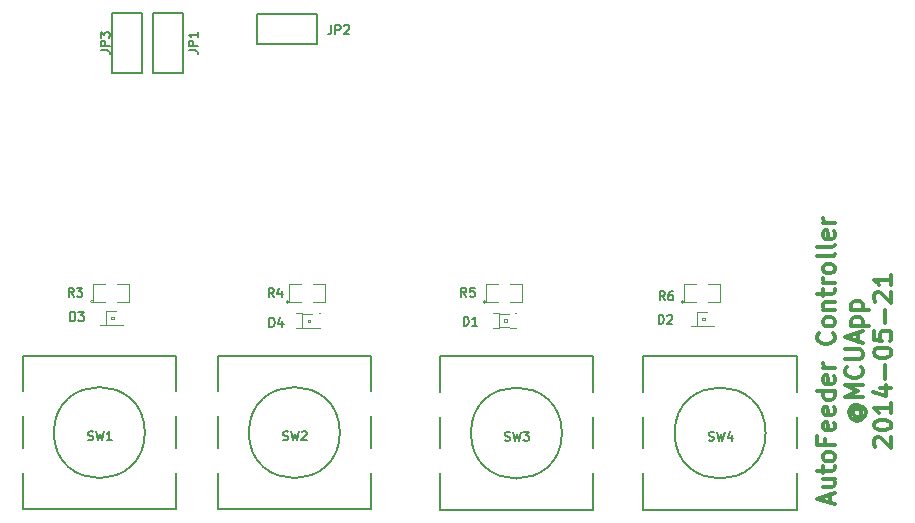
<source format=gto>
G04 (created by PCBNEW (2013-07-07 BZR 4022)-stable) date 21/05/2014 18:52:46*
%MOIN*%
G04 Gerber Fmt 3.4, Leading zero omitted, Abs format*
%FSLAX34Y34*%
G01*
G70*
G90*
G04 APERTURE LIST*
%ADD10C,0.00590551*%
%ADD11C,0.011811*%
%ADD12C,0.005*%
%ADD13C,0.0039*%
%ADD14C,0.006*%
%ADD15C,0.0026*%
%ADD16C,0.004*%
%ADD17C,0.002*%
%ADD18C,0.0787402*%
%ADD19R,0.0787402X0.0787402*%
%ADD20C,0.055*%
%ADD21R,0.035X0.055*%
%ADD22R,0.06X0.06*%
%ADD23C,0.06*%
%ADD24R,0.0472X0.0472*%
%ADD25C,0.0944882*%
%ADD26R,0.0944882X0.0944882*%
%ADD27R,0.1378X0.1378*%
G04 APERTURE END LIST*
G54D10*
G54D11*
X29282Y-3641D02*
X29282Y-3360D01*
X29451Y-3697D02*
X28861Y-3501D01*
X29451Y-3304D01*
X29057Y-2854D02*
X29451Y-2854D01*
X29057Y-3107D02*
X29367Y-3107D01*
X29423Y-3079D01*
X29451Y-3023D01*
X29451Y-2938D01*
X29423Y-2882D01*
X29395Y-2854D01*
X29057Y-2657D02*
X29057Y-2432D01*
X28861Y-2573D02*
X29367Y-2573D01*
X29423Y-2544D01*
X29451Y-2488D01*
X29451Y-2432D01*
X29451Y-2151D02*
X29423Y-2207D01*
X29395Y-2235D01*
X29339Y-2263D01*
X29170Y-2263D01*
X29114Y-2235D01*
X29086Y-2207D01*
X29057Y-2151D01*
X29057Y-2066D01*
X29086Y-2010D01*
X29114Y-1982D01*
X29170Y-1954D01*
X29339Y-1954D01*
X29395Y-1982D01*
X29423Y-2010D01*
X29451Y-2066D01*
X29451Y-2151D01*
X29142Y-1504D02*
X29142Y-1701D01*
X29451Y-1701D02*
X28861Y-1701D01*
X28861Y-1420D01*
X29423Y-970D02*
X29451Y-1026D01*
X29451Y-1138D01*
X29423Y-1195D01*
X29367Y-1223D01*
X29142Y-1223D01*
X29086Y-1195D01*
X29057Y-1138D01*
X29057Y-1026D01*
X29086Y-970D01*
X29142Y-942D01*
X29198Y-942D01*
X29254Y-1223D01*
X29423Y-464D02*
X29451Y-520D01*
X29451Y-632D01*
X29423Y-688D01*
X29367Y-717D01*
X29142Y-717D01*
X29086Y-688D01*
X29057Y-632D01*
X29057Y-520D01*
X29086Y-464D01*
X29142Y-435D01*
X29198Y-435D01*
X29254Y-717D01*
X29451Y70D02*
X28861Y70D01*
X29423Y70D02*
X29451Y14D01*
X29451Y-98D01*
X29423Y-154D01*
X29395Y-182D01*
X29339Y-210D01*
X29170Y-210D01*
X29114Y-182D01*
X29086Y-154D01*
X29057Y-98D01*
X29057Y14D01*
X29086Y70D01*
X29423Y576D02*
X29451Y520D01*
X29451Y407D01*
X29423Y351D01*
X29367Y323D01*
X29142Y323D01*
X29086Y351D01*
X29057Y407D01*
X29057Y520D01*
X29086Y576D01*
X29142Y604D01*
X29198Y604D01*
X29254Y323D01*
X29451Y857D02*
X29057Y857D01*
X29170Y857D02*
X29114Y885D01*
X29086Y913D01*
X29057Y970D01*
X29057Y1026D01*
X29395Y2010D02*
X29423Y1982D01*
X29451Y1898D01*
X29451Y1841D01*
X29423Y1757D01*
X29367Y1701D01*
X29311Y1673D01*
X29198Y1645D01*
X29114Y1645D01*
X29001Y1673D01*
X28945Y1701D01*
X28889Y1757D01*
X28861Y1841D01*
X28861Y1898D01*
X28889Y1982D01*
X28917Y2010D01*
X29451Y2348D02*
X29423Y2291D01*
X29395Y2263D01*
X29339Y2235D01*
X29170Y2235D01*
X29114Y2263D01*
X29086Y2291D01*
X29057Y2348D01*
X29057Y2432D01*
X29086Y2488D01*
X29114Y2516D01*
X29170Y2544D01*
X29339Y2544D01*
X29395Y2516D01*
X29423Y2488D01*
X29451Y2432D01*
X29451Y2348D01*
X29057Y2798D02*
X29451Y2798D01*
X29114Y2798D02*
X29086Y2826D01*
X29057Y2882D01*
X29057Y2966D01*
X29086Y3023D01*
X29142Y3051D01*
X29451Y3051D01*
X29057Y3248D02*
X29057Y3473D01*
X28861Y3332D02*
X29367Y3332D01*
X29423Y3360D01*
X29451Y3416D01*
X29451Y3473D01*
X29451Y3669D02*
X29057Y3669D01*
X29170Y3669D02*
X29114Y3697D01*
X29086Y3726D01*
X29057Y3782D01*
X29057Y3838D01*
X29451Y4119D02*
X29423Y4063D01*
X29395Y4035D01*
X29339Y4007D01*
X29170Y4007D01*
X29114Y4035D01*
X29086Y4063D01*
X29057Y4119D01*
X29057Y4204D01*
X29086Y4260D01*
X29114Y4288D01*
X29170Y4316D01*
X29339Y4316D01*
X29395Y4288D01*
X29423Y4260D01*
X29451Y4204D01*
X29451Y4119D01*
X29451Y4654D02*
X29423Y4597D01*
X29367Y4569D01*
X28861Y4569D01*
X29451Y4963D02*
X29423Y4907D01*
X29367Y4879D01*
X28861Y4879D01*
X29423Y5413D02*
X29451Y5357D01*
X29451Y5244D01*
X29423Y5188D01*
X29367Y5160D01*
X29142Y5160D01*
X29086Y5188D01*
X29057Y5244D01*
X29057Y5357D01*
X29086Y5413D01*
X29142Y5441D01*
X29198Y5441D01*
X29254Y5160D01*
X29451Y5694D02*
X29057Y5694D01*
X29170Y5694D02*
X29114Y5722D01*
X29086Y5750D01*
X29057Y5807D01*
X29057Y5863D01*
X30115Y-520D02*
X30087Y-548D01*
X30059Y-604D01*
X30059Y-660D01*
X30087Y-717D01*
X30115Y-745D01*
X30171Y-773D01*
X30227Y-773D01*
X30284Y-745D01*
X30312Y-717D01*
X30340Y-660D01*
X30340Y-604D01*
X30312Y-548D01*
X30284Y-520D01*
X30059Y-520D02*
X30284Y-520D01*
X30312Y-492D01*
X30312Y-464D01*
X30284Y-407D01*
X30227Y-379D01*
X30087Y-379D01*
X30002Y-435D01*
X29946Y-520D01*
X29918Y-632D01*
X29946Y-745D01*
X30002Y-829D01*
X30087Y-885D01*
X30199Y-913D01*
X30312Y-885D01*
X30396Y-829D01*
X30452Y-745D01*
X30480Y-632D01*
X30452Y-520D01*
X30396Y-435D01*
X30396Y-126D02*
X29805Y-126D01*
X30227Y70D01*
X29805Y267D01*
X30396Y267D01*
X30340Y885D02*
X30368Y857D01*
X30396Y773D01*
X30396Y717D01*
X30368Y632D01*
X30312Y576D01*
X30255Y548D01*
X30143Y520D01*
X30059Y520D01*
X29946Y548D01*
X29890Y576D01*
X29834Y632D01*
X29805Y717D01*
X29805Y773D01*
X29834Y857D01*
X29862Y885D01*
X29805Y1138D02*
X30284Y1138D01*
X30340Y1167D01*
X30368Y1195D01*
X30396Y1251D01*
X30396Y1363D01*
X30368Y1420D01*
X30340Y1448D01*
X30284Y1476D01*
X29805Y1476D01*
X30227Y1729D02*
X30227Y2010D01*
X30396Y1673D02*
X29805Y1870D01*
X30396Y2066D01*
X30002Y2263D02*
X30593Y2263D01*
X30030Y2263D02*
X30002Y2320D01*
X30002Y2432D01*
X30030Y2488D01*
X30059Y2516D01*
X30115Y2544D01*
X30284Y2544D01*
X30340Y2516D01*
X30368Y2488D01*
X30396Y2432D01*
X30396Y2320D01*
X30368Y2263D01*
X30002Y2798D02*
X30593Y2798D01*
X30030Y2798D02*
X30002Y2854D01*
X30002Y2966D01*
X30030Y3023D01*
X30059Y3051D01*
X30115Y3079D01*
X30284Y3079D01*
X30340Y3051D01*
X30368Y3023D01*
X30396Y2966D01*
X30396Y2854D01*
X30368Y2798D01*
X30807Y-1785D02*
X30778Y-1757D01*
X30750Y-1701D01*
X30750Y-1560D01*
X30778Y-1504D01*
X30807Y-1476D01*
X30863Y-1448D01*
X30919Y-1448D01*
X31003Y-1476D01*
X31341Y-1813D01*
X31341Y-1448D01*
X30750Y-1082D02*
X30750Y-1026D01*
X30778Y-970D01*
X30807Y-942D01*
X30863Y-913D01*
X30975Y-885D01*
X31116Y-885D01*
X31228Y-913D01*
X31285Y-942D01*
X31313Y-970D01*
X31341Y-1026D01*
X31341Y-1082D01*
X31313Y-1138D01*
X31285Y-1167D01*
X31228Y-1195D01*
X31116Y-1223D01*
X30975Y-1223D01*
X30863Y-1195D01*
X30807Y-1167D01*
X30778Y-1138D01*
X30750Y-1082D01*
X31341Y-323D02*
X31341Y-660D01*
X31341Y-492D02*
X30750Y-492D01*
X30835Y-548D01*
X30891Y-604D01*
X30919Y-660D01*
X30947Y182D02*
X31341Y182D01*
X30722Y42D02*
X31144Y-98D01*
X31144Y267D01*
X31116Y492D02*
X31116Y942D01*
X30750Y1335D02*
X30750Y1392D01*
X30778Y1448D01*
X30807Y1476D01*
X30863Y1504D01*
X30975Y1532D01*
X31116Y1532D01*
X31228Y1504D01*
X31285Y1476D01*
X31313Y1448D01*
X31341Y1392D01*
X31341Y1335D01*
X31313Y1279D01*
X31285Y1251D01*
X31228Y1223D01*
X31116Y1195D01*
X30975Y1195D01*
X30863Y1223D01*
X30807Y1251D01*
X30778Y1279D01*
X30750Y1335D01*
X30750Y2066D02*
X30750Y1785D01*
X31032Y1757D01*
X31003Y1785D01*
X30975Y1841D01*
X30975Y1982D01*
X31003Y2038D01*
X31032Y2066D01*
X31088Y2095D01*
X31228Y2095D01*
X31285Y2066D01*
X31313Y2038D01*
X31341Y1982D01*
X31341Y1841D01*
X31313Y1785D01*
X31285Y1757D01*
X31116Y2348D02*
X31116Y2798D01*
X30807Y3051D02*
X30778Y3079D01*
X30750Y3135D01*
X30750Y3276D01*
X30778Y3332D01*
X30807Y3360D01*
X30863Y3388D01*
X30919Y3388D01*
X31003Y3360D01*
X31341Y3023D01*
X31341Y3388D01*
X31341Y3951D02*
X31341Y3613D01*
X31341Y3782D02*
X30750Y3782D01*
X30835Y3726D01*
X30891Y3669D01*
X30919Y3613D01*
G54D10*
X12954Y-1303D02*
G75*
G03X12954Y-1303I-1517J0D01*
G74*
G01*
G54D12*
X14000Y-3862D02*
X8877Y-3862D01*
X8877Y-3862D02*
X8877Y1255D01*
X8877Y1255D02*
X14000Y1255D01*
X14000Y-3862D02*
X14000Y1255D01*
G54D10*
X6454Y-1303D02*
G75*
G03X6454Y-1303I-1517J0D01*
G74*
G01*
G54D12*
X7500Y-3862D02*
X2377Y-3862D01*
X2377Y-3862D02*
X2377Y1255D01*
X2377Y1255D02*
X7500Y1255D01*
X7500Y-3862D02*
X7500Y1255D01*
G54D10*
X27147Y-1318D02*
G75*
G03X27147Y-1318I-1517J0D01*
G74*
G01*
G54D12*
X28192Y-3877D02*
X23070Y-3877D01*
X23070Y-3877D02*
X23070Y1240D01*
X23070Y1240D02*
X28192Y1240D01*
X28192Y-3877D02*
X28192Y1240D01*
G54D10*
X20356Y-1318D02*
G75*
G03X20356Y-1318I-1517J0D01*
G74*
G01*
G54D12*
X21401Y-3877D02*
X16279Y-3877D01*
X16279Y-3877D02*
X16279Y1240D01*
X16279Y1240D02*
X21401Y1240D01*
X21401Y-3877D02*
X21401Y1240D01*
G54D13*
X11262Y3046D02*
G75*
G03X11262Y3046I-50J0D01*
G74*
G01*
X11662Y3046D02*
X11262Y3046D01*
X11262Y3046D02*
X11262Y3646D01*
X11262Y3646D02*
X11662Y3646D01*
X12062Y3646D02*
X12462Y3646D01*
X12462Y3646D02*
X12462Y3046D01*
X12462Y3046D02*
X12062Y3046D01*
X17817Y3054D02*
G75*
G03X17817Y3054I-50J0D01*
G74*
G01*
X18217Y3054D02*
X17817Y3054D01*
X17817Y3054D02*
X17817Y3654D01*
X17817Y3654D02*
X18217Y3654D01*
X18617Y3654D02*
X19017Y3654D01*
X19017Y3654D02*
X19017Y3054D01*
X19017Y3054D02*
X18617Y3054D01*
X24419Y3046D02*
G75*
G03X24419Y3046I-50J0D01*
G74*
G01*
X24819Y3046D02*
X24419Y3046D01*
X24419Y3046D02*
X24419Y3646D01*
X24419Y3646D02*
X24819Y3646D01*
X25219Y3646D02*
X25619Y3646D01*
X25619Y3646D02*
X25619Y3046D01*
X25619Y3046D02*
X25219Y3046D01*
X4738Y3054D02*
G75*
G03X4738Y3054I-50J0D01*
G74*
G01*
X5138Y3054D02*
X4738Y3054D01*
X4738Y3054D02*
X4738Y3654D01*
X4738Y3654D02*
X5138Y3654D01*
X5538Y3654D02*
X5938Y3654D01*
X5938Y3654D02*
X5938Y3054D01*
X5938Y3054D02*
X5538Y3054D01*
G54D14*
X6346Y10673D02*
X5346Y10673D01*
X5346Y10673D02*
X5346Y12673D01*
X5346Y12673D02*
X6346Y12673D01*
X6346Y12673D02*
X6346Y10673D01*
X12181Y12665D02*
X12181Y11665D01*
X12181Y11665D02*
X10181Y11665D01*
X10181Y11665D02*
X10181Y12665D01*
X10181Y12665D02*
X12181Y12665D01*
X6724Y12673D02*
X7724Y12673D01*
X7724Y12673D02*
X7724Y10673D01*
X7724Y10673D02*
X6724Y10673D01*
X6724Y10673D02*
X6724Y12673D01*
G54D15*
X5538Y2397D02*
X5538Y2269D01*
X5538Y2269D02*
X5735Y2269D01*
X5735Y2397D02*
X5735Y2269D01*
X5538Y2397D02*
X5735Y2397D01*
X5538Y2642D02*
X5538Y2583D01*
X5538Y2583D02*
X5637Y2583D01*
X5637Y2642D02*
X5637Y2583D01*
X5538Y2642D02*
X5637Y2642D01*
X5538Y2447D02*
X5538Y2388D01*
X5538Y2388D02*
X5637Y2388D01*
X5637Y2447D02*
X5637Y2388D01*
X5538Y2447D02*
X5637Y2447D01*
X5538Y2593D02*
X5538Y2437D01*
X5538Y2437D02*
X5607Y2437D01*
X5607Y2593D02*
X5607Y2437D01*
X5538Y2593D02*
X5607Y2593D01*
X4949Y2397D02*
X4949Y2269D01*
X4949Y2269D02*
X5146Y2269D01*
X5146Y2397D02*
X5146Y2269D01*
X4949Y2397D02*
X5146Y2397D01*
X4949Y2761D02*
X4949Y2633D01*
X4949Y2633D02*
X5146Y2633D01*
X5146Y2761D02*
X5146Y2633D01*
X4949Y2761D02*
X5146Y2761D01*
X5047Y2447D02*
X5047Y2388D01*
X5047Y2388D02*
X5146Y2388D01*
X5146Y2447D02*
X5146Y2388D01*
X5047Y2447D02*
X5146Y2447D01*
X5047Y2642D02*
X5047Y2583D01*
X5047Y2583D02*
X5146Y2583D01*
X5146Y2642D02*
X5146Y2583D01*
X5047Y2642D02*
X5146Y2642D01*
X5077Y2593D02*
X5077Y2437D01*
X5077Y2437D02*
X5146Y2437D01*
X5146Y2593D02*
X5146Y2437D01*
X5077Y2593D02*
X5146Y2593D01*
X5342Y2554D02*
X5342Y2476D01*
X5342Y2476D02*
X5420Y2476D01*
X5420Y2554D02*
X5420Y2476D01*
X5342Y2554D02*
X5420Y2554D01*
X5538Y2751D02*
X5538Y2633D01*
X5538Y2633D02*
X5656Y2633D01*
X5656Y2751D02*
X5656Y2633D01*
X5538Y2751D02*
X5656Y2751D01*
X5706Y2761D02*
X5706Y2672D01*
X5706Y2672D02*
X5735Y2672D01*
X5735Y2761D02*
X5735Y2672D01*
X5706Y2761D02*
X5735Y2761D01*
G54D16*
X5548Y2289D02*
X5136Y2289D01*
X5146Y2741D02*
X5706Y2741D01*
G54D17*
X5704Y2692D02*
G75*
G03X5704Y2692I-28J0D01*
G74*
G01*
G54D16*
X5735Y2652D02*
G75*
G03X5735Y2378I0J-137D01*
G74*
G01*
X4949Y2378D02*
G75*
G03X4949Y2652I0J137D01*
G74*
G01*
G54D15*
X12081Y2303D02*
X12081Y2175D01*
X12081Y2175D02*
X12278Y2175D01*
X12278Y2303D02*
X12278Y2175D01*
X12081Y2303D02*
X12278Y2303D01*
X12081Y2548D02*
X12081Y2489D01*
X12081Y2489D02*
X12180Y2489D01*
X12180Y2548D02*
X12180Y2489D01*
X12081Y2548D02*
X12180Y2548D01*
X12081Y2353D02*
X12081Y2294D01*
X12081Y2294D02*
X12180Y2294D01*
X12180Y2353D02*
X12180Y2294D01*
X12081Y2353D02*
X12180Y2353D01*
X12081Y2499D02*
X12081Y2343D01*
X12081Y2343D02*
X12150Y2343D01*
X12150Y2499D02*
X12150Y2343D01*
X12081Y2499D02*
X12150Y2499D01*
X11492Y2303D02*
X11492Y2175D01*
X11492Y2175D02*
X11689Y2175D01*
X11689Y2303D02*
X11689Y2175D01*
X11492Y2303D02*
X11689Y2303D01*
X11492Y2667D02*
X11492Y2539D01*
X11492Y2539D02*
X11689Y2539D01*
X11689Y2667D02*
X11689Y2539D01*
X11492Y2667D02*
X11689Y2667D01*
X11590Y2353D02*
X11590Y2294D01*
X11590Y2294D02*
X11689Y2294D01*
X11689Y2353D02*
X11689Y2294D01*
X11590Y2353D02*
X11689Y2353D01*
X11590Y2548D02*
X11590Y2489D01*
X11590Y2489D02*
X11689Y2489D01*
X11689Y2548D02*
X11689Y2489D01*
X11590Y2548D02*
X11689Y2548D01*
X11620Y2499D02*
X11620Y2343D01*
X11620Y2343D02*
X11689Y2343D01*
X11689Y2499D02*
X11689Y2343D01*
X11620Y2499D02*
X11689Y2499D01*
X11885Y2460D02*
X11885Y2382D01*
X11885Y2382D02*
X11963Y2382D01*
X11963Y2460D02*
X11963Y2382D01*
X11885Y2460D02*
X11963Y2460D01*
X12081Y2657D02*
X12081Y2539D01*
X12081Y2539D02*
X12199Y2539D01*
X12199Y2657D02*
X12199Y2539D01*
X12081Y2657D02*
X12199Y2657D01*
X12249Y2667D02*
X12249Y2578D01*
X12249Y2578D02*
X12278Y2578D01*
X12278Y2667D02*
X12278Y2578D01*
X12249Y2667D02*
X12278Y2667D01*
G54D16*
X12091Y2195D02*
X11679Y2195D01*
X11689Y2647D02*
X12249Y2647D01*
G54D17*
X12248Y2598D02*
G75*
G03X12248Y2598I-28J0D01*
G74*
G01*
G54D16*
X12278Y2558D02*
G75*
G03X12278Y2284I0J-137D01*
G74*
G01*
X11492Y2284D02*
G75*
G03X11492Y2558I0J137D01*
G74*
G01*
G54D15*
X25235Y2362D02*
X25235Y2234D01*
X25235Y2234D02*
X25432Y2234D01*
X25432Y2362D02*
X25432Y2234D01*
X25235Y2362D02*
X25432Y2362D01*
X25235Y2607D02*
X25235Y2548D01*
X25235Y2548D02*
X25334Y2548D01*
X25334Y2607D02*
X25334Y2548D01*
X25235Y2607D02*
X25334Y2607D01*
X25235Y2412D02*
X25235Y2353D01*
X25235Y2353D02*
X25334Y2353D01*
X25334Y2412D02*
X25334Y2353D01*
X25235Y2412D02*
X25334Y2412D01*
X25235Y2558D02*
X25235Y2402D01*
X25235Y2402D02*
X25304Y2402D01*
X25304Y2558D02*
X25304Y2402D01*
X25235Y2558D02*
X25304Y2558D01*
X24646Y2362D02*
X24646Y2234D01*
X24646Y2234D02*
X24843Y2234D01*
X24843Y2362D02*
X24843Y2234D01*
X24646Y2362D02*
X24843Y2362D01*
X24646Y2726D02*
X24646Y2598D01*
X24646Y2598D02*
X24843Y2598D01*
X24843Y2726D02*
X24843Y2598D01*
X24646Y2726D02*
X24843Y2726D01*
X24744Y2412D02*
X24744Y2353D01*
X24744Y2353D02*
X24843Y2353D01*
X24843Y2412D02*
X24843Y2353D01*
X24744Y2412D02*
X24843Y2412D01*
X24744Y2607D02*
X24744Y2548D01*
X24744Y2548D02*
X24843Y2548D01*
X24843Y2607D02*
X24843Y2548D01*
X24744Y2607D02*
X24843Y2607D01*
X24774Y2558D02*
X24774Y2402D01*
X24774Y2402D02*
X24843Y2402D01*
X24843Y2558D02*
X24843Y2402D01*
X24774Y2558D02*
X24843Y2558D01*
X25039Y2519D02*
X25039Y2441D01*
X25039Y2441D02*
X25117Y2441D01*
X25117Y2519D02*
X25117Y2441D01*
X25039Y2519D02*
X25117Y2519D01*
X25235Y2716D02*
X25235Y2598D01*
X25235Y2598D02*
X25353Y2598D01*
X25353Y2716D02*
X25353Y2598D01*
X25235Y2716D02*
X25353Y2716D01*
X25403Y2726D02*
X25403Y2637D01*
X25403Y2637D02*
X25432Y2637D01*
X25432Y2726D02*
X25432Y2637D01*
X25403Y2726D02*
X25432Y2726D01*
G54D16*
X25245Y2254D02*
X24833Y2254D01*
X24843Y2706D02*
X25403Y2706D01*
G54D17*
X25401Y2657D02*
G75*
G03X25401Y2657I-28J0D01*
G74*
G01*
G54D16*
X25432Y2617D02*
G75*
G03X25432Y2343I0J-137D01*
G74*
G01*
X24646Y2343D02*
G75*
G03X24646Y2617I0J137D01*
G74*
G01*
G54D15*
X18636Y2311D02*
X18636Y2183D01*
X18636Y2183D02*
X18833Y2183D01*
X18833Y2311D02*
X18833Y2183D01*
X18636Y2311D02*
X18833Y2311D01*
X18636Y2556D02*
X18636Y2497D01*
X18636Y2497D02*
X18735Y2497D01*
X18735Y2556D02*
X18735Y2497D01*
X18636Y2556D02*
X18735Y2556D01*
X18636Y2361D02*
X18636Y2302D01*
X18636Y2302D02*
X18735Y2302D01*
X18735Y2361D02*
X18735Y2302D01*
X18636Y2361D02*
X18735Y2361D01*
X18636Y2507D02*
X18636Y2351D01*
X18636Y2351D02*
X18705Y2351D01*
X18705Y2507D02*
X18705Y2351D01*
X18636Y2507D02*
X18705Y2507D01*
X18047Y2311D02*
X18047Y2183D01*
X18047Y2183D02*
X18244Y2183D01*
X18244Y2311D02*
X18244Y2183D01*
X18047Y2311D02*
X18244Y2311D01*
X18047Y2675D02*
X18047Y2547D01*
X18047Y2547D02*
X18244Y2547D01*
X18244Y2675D02*
X18244Y2547D01*
X18047Y2675D02*
X18244Y2675D01*
X18145Y2361D02*
X18145Y2302D01*
X18145Y2302D02*
X18244Y2302D01*
X18244Y2361D02*
X18244Y2302D01*
X18145Y2361D02*
X18244Y2361D01*
X18145Y2556D02*
X18145Y2497D01*
X18145Y2497D02*
X18244Y2497D01*
X18244Y2556D02*
X18244Y2497D01*
X18145Y2556D02*
X18244Y2556D01*
X18175Y2507D02*
X18175Y2351D01*
X18175Y2351D02*
X18244Y2351D01*
X18244Y2507D02*
X18244Y2351D01*
X18175Y2507D02*
X18244Y2507D01*
X18440Y2468D02*
X18440Y2390D01*
X18440Y2390D02*
X18518Y2390D01*
X18518Y2468D02*
X18518Y2390D01*
X18440Y2468D02*
X18518Y2468D01*
X18636Y2665D02*
X18636Y2547D01*
X18636Y2547D02*
X18754Y2547D01*
X18754Y2665D02*
X18754Y2547D01*
X18636Y2665D02*
X18754Y2665D01*
X18804Y2675D02*
X18804Y2586D01*
X18804Y2586D02*
X18833Y2586D01*
X18833Y2675D02*
X18833Y2586D01*
X18804Y2675D02*
X18833Y2675D01*
G54D16*
X18646Y2203D02*
X18234Y2203D01*
X18244Y2655D02*
X18804Y2655D01*
G54D17*
X18803Y2606D02*
G75*
G03X18803Y2606I-28J0D01*
G74*
G01*
G54D16*
X18833Y2566D02*
G75*
G03X18833Y2292I0J-137D01*
G74*
G01*
X18047Y2292D02*
G75*
G03X18047Y2566I0J137D01*
G74*
G01*
G54D12*
X11056Y-1548D02*
X11099Y-1562D01*
X11170Y-1562D01*
X11199Y-1548D01*
X11213Y-1533D01*
X11228Y-1505D01*
X11228Y-1476D01*
X11213Y-1448D01*
X11199Y-1433D01*
X11170Y-1419D01*
X11113Y-1405D01*
X11085Y-1390D01*
X11070Y-1376D01*
X11056Y-1348D01*
X11056Y-1319D01*
X11070Y-1290D01*
X11085Y-1276D01*
X11113Y-1262D01*
X11185Y-1262D01*
X11228Y-1276D01*
X11328Y-1262D02*
X11399Y-1562D01*
X11456Y-1348D01*
X11513Y-1562D01*
X11585Y-1262D01*
X11685Y-1290D02*
X11699Y-1276D01*
X11728Y-1262D01*
X11799Y-1262D01*
X11828Y-1276D01*
X11842Y-1290D01*
X11856Y-1319D01*
X11856Y-1348D01*
X11842Y-1390D01*
X11670Y-1562D01*
X11856Y-1562D01*
X4556Y-1548D02*
X4599Y-1562D01*
X4670Y-1562D01*
X4699Y-1548D01*
X4713Y-1533D01*
X4728Y-1505D01*
X4728Y-1476D01*
X4713Y-1448D01*
X4699Y-1433D01*
X4670Y-1419D01*
X4613Y-1405D01*
X4585Y-1390D01*
X4570Y-1376D01*
X4556Y-1348D01*
X4556Y-1319D01*
X4570Y-1290D01*
X4585Y-1276D01*
X4613Y-1262D01*
X4685Y-1262D01*
X4728Y-1276D01*
X4828Y-1262D02*
X4899Y-1562D01*
X4956Y-1348D01*
X5013Y-1562D01*
X5085Y-1262D01*
X5356Y-1562D02*
X5185Y-1562D01*
X5270Y-1562D02*
X5270Y-1262D01*
X5242Y-1305D01*
X5213Y-1333D01*
X5185Y-1348D01*
X25249Y-1563D02*
X25292Y-1578D01*
X25363Y-1578D01*
X25392Y-1563D01*
X25406Y-1549D01*
X25421Y-1520D01*
X25421Y-1492D01*
X25406Y-1463D01*
X25392Y-1449D01*
X25363Y-1435D01*
X25306Y-1420D01*
X25278Y-1406D01*
X25263Y-1392D01*
X25249Y-1363D01*
X25249Y-1335D01*
X25263Y-1306D01*
X25278Y-1292D01*
X25306Y-1278D01*
X25378Y-1278D01*
X25421Y-1292D01*
X25521Y-1278D02*
X25592Y-1578D01*
X25649Y-1363D01*
X25706Y-1578D01*
X25778Y-1278D01*
X26021Y-1378D02*
X26021Y-1578D01*
X25949Y-1263D02*
X25878Y-1478D01*
X26063Y-1478D01*
X18458Y-1563D02*
X18501Y-1578D01*
X18572Y-1578D01*
X18601Y-1563D01*
X18615Y-1549D01*
X18629Y-1520D01*
X18629Y-1492D01*
X18615Y-1463D01*
X18601Y-1449D01*
X18572Y-1435D01*
X18515Y-1420D01*
X18486Y-1406D01*
X18472Y-1392D01*
X18458Y-1363D01*
X18458Y-1335D01*
X18472Y-1306D01*
X18486Y-1292D01*
X18515Y-1278D01*
X18586Y-1278D01*
X18629Y-1292D01*
X18729Y-1278D02*
X18801Y-1578D01*
X18858Y-1363D01*
X18915Y-1578D01*
X18986Y-1278D01*
X19072Y-1278D02*
X19258Y-1278D01*
X19158Y-1392D01*
X19201Y-1392D01*
X19229Y-1406D01*
X19243Y-1420D01*
X19258Y-1449D01*
X19258Y-1520D01*
X19243Y-1549D01*
X19229Y-1563D01*
X19201Y-1578D01*
X19115Y-1578D01*
X19086Y-1563D01*
X19072Y-1549D01*
X10757Y3205D02*
X10657Y3348D01*
X10585Y3205D02*
X10585Y3505D01*
X10699Y3505D01*
X10728Y3491D01*
X10742Y3476D01*
X10757Y3448D01*
X10757Y3405D01*
X10742Y3376D01*
X10728Y3362D01*
X10699Y3348D01*
X10585Y3348D01*
X11014Y3405D02*
X11014Y3205D01*
X10942Y3519D02*
X10871Y3305D01*
X11057Y3305D01*
X17174Y3225D02*
X17074Y3367D01*
X17002Y3225D02*
X17002Y3525D01*
X17117Y3525D01*
X17145Y3510D01*
X17160Y3496D01*
X17174Y3467D01*
X17174Y3425D01*
X17160Y3396D01*
X17145Y3382D01*
X17117Y3367D01*
X17002Y3367D01*
X17445Y3525D02*
X17302Y3525D01*
X17288Y3382D01*
X17302Y3396D01*
X17331Y3410D01*
X17402Y3410D01*
X17431Y3396D01*
X17445Y3382D01*
X17460Y3353D01*
X17460Y3282D01*
X17445Y3253D01*
X17431Y3239D01*
X17402Y3225D01*
X17331Y3225D01*
X17302Y3239D01*
X17288Y3253D01*
X23788Y3106D02*
X23688Y3249D01*
X23617Y3106D02*
X23617Y3406D01*
X23731Y3406D01*
X23760Y3392D01*
X23774Y3378D01*
X23788Y3349D01*
X23788Y3306D01*
X23774Y3278D01*
X23760Y3264D01*
X23731Y3249D01*
X23617Y3249D01*
X24045Y3406D02*
X23988Y3406D01*
X23960Y3392D01*
X23945Y3378D01*
X23917Y3335D01*
X23902Y3278D01*
X23902Y3164D01*
X23917Y3135D01*
X23931Y3121D01*
X23960Y3106D01*
X24017Y3106D01*
X24045Y3121D01*
X24060Y3135D01*
X24074Y3164D01*
X24074Y3235D01*
X24060Y3264D01*
X24045Y3278D01*
X24017Y3292D01*
X23960Y3292D01*
X23931Y3278D01*
X23917Y3264D01*
X23902Y3235D01*
X4083Y3225D02*
X3983Y3367D01*
X3912Y3225D02*
X3912Y3525D01*
X4026Y3525D01*
X4055Y3510D01*
X4069Y3496D01*
X4083Y3467D01*
X4083Y3425D01*
X4069Y3396D01*
X4055Y3382D01*
X4026Y3367D01*
X3912Y3367D01*
X4183Y3525D02*
X4369Y3525D01*
X4269Y3410D01*
X4312Y3410D01*
X4341Y3396D01*
X4355Y3382D01*
X4369Y3353D01*
X4369Y3282D01*
X4355Y3253D01*
X4341Y3239D01*
X4312Y3225D01*
X4226Y3225D01*
X4198Y3239D01*
X4183Y3253D01*
X4978Y11442D02*
X5193Y11442D01*
X5236Y11428D01*
X5264Y11400D01*
X5278Y11357D01*
X5278Y11328D01*
X5278Y11585D02*
X4978Y11585D01*
X4978Y11700D01*
X4993Y11728D01*
X5007Y11742D01*
X5036Y11757D01*
X5078Y11757D01*
X5107Y11742D01*
X5121Y11728D01*
X5136Y11700D01*
X5136Y11585D01*
X4978Y11857D02*
X4978Y12042D01*
X5093Y11942D01*
X5093Y11985D01*
X5107Y12014D01*
X5121Y12028D01*
X5150Y12042D01*
X5221Y12042D01*
X5250Y12028D01*
X5264Y12014D01*
X5278Y11985D01*
X5278Y11900D01*
X5264Y11871D01*
X5250Y11857D01*
X12663Y12284D02*
X12663Y12070D01*
X12649Y12027D01*
X12620Y11999D01*
X12577Y11984D01*
X12549Y11984D01*
X12806Y11984D02*
X12806Y12284D01*
X12920Y12284D01*
X12949Y12270D01*
X12963Y12256D01*
X12977Y12227D01*
X12977Y12184D01*
X12963Y12156D01*
X12949Y12142D01*
X12920Y12127D01*
X12806Y12127D01*
X13091Y12256D02*
X13106Y12270D01*
X13134Y12284D01*
X13206Y12284D01*
X13234Y12270D01*
X13249Y12256D01*
X13263Y12227D01*
X13263Y12199D01*
X13249Y12156D01*
X13077Y11984D01*
X13263Y11984D01*
X7911Y11442D02*
X8126Y11442D01*
X8169Y11428D01*
X8197Y11400D01*
X8211Y11357D01*
X8211Y11328D01*
X8211Y11585D02*
X7911Y11585D01*
X7911Y11700D01*
X7926Y11728D01*
X7940Y11742D01*
X7969Y11757D01*
X8011Y11757D01*
X8040Y11742D01*
X8054Y11728D01*
X8069Y11700D01*
X8069Y11585D01*
X8211Y12042D02*
X8211Y11871D01*
X8211Y11957D02*
X7911Y11957D01*
X7954Y11928D01*
X7983Y11900D01*
X7997Y11871D01*
X3971Y2417D02*
X3971Y2717D01*
X4042Y2717D01*
X4085Y2703D01*
X4114Y2675D01*
X4128Y2646D01*
X4142Y2589D01*
X4142Y2546D01*
X4128Y2489D01*
X4114Y2460D01*
X4085Y2432D01*
X4042Y2417D01*
X3971Y2417D01*
X4242Y2717D02*
X4428Y2717D01*
X4328Y2603D01*
X4371Y2603D01*
X4400Y2589D01*
X4414Y2575D01*
X4428Y2546D01*
X4428Y2475D01*
X4414Y2446D01*
X4400Y2432D01*
X4371Y2417D01*
X4285Y2417D01*
X4257Y2432D01*
X4242Y2446D01*
X10605Y2221D02*
X10605Y2521D01*
X10676Y2521D01*
X10719Y2506D01*
X10748Y2478D01*
X10762Y2449D01*
X10776Y2392D01*
X10776Y2349D01*
X10762Y2292D01*
X10748Y2263D01*
X10719Y2235D01*
X10676Y2221D01*
X10605Y2221D01*
X11033Y2421D02*
X11033Y2221D01*
X10962Y2535D02*
X10891Y2321D01*
X11076Y2321D01*
X23577Y2319D02*
X23577Y2619D01*
X23649Y2619D01*
X23692Y2605D01*
X23720Y2576D01*
X23734Y2548D01*
X23749Y2490D01*
X23749Y2448D01*
X23734Y2390D01*
X23720Y2362D01*
X23692Y2333D01*
X23649Y2319D01*
X23577Y2319D01*
X23863Y2590D02*
X23877Y2605D01*
X23906Y2619D01*
X23977Y2619D01*
X24006Y2605D01*
X24020Y2590D01*
X24034Y2562D01*
X24034Y2533D01*
X24020Y2490D01*
X23849Y2319D01*
X24034Y2319D01*
X17081Y2260D02*
X17081Y2560D01*
X17153Y2560D01*
X17196Y2546D01*
X17224Y2517D01*
X17238Y2489D01*
X17253Y2431D01*
X17253Y2389D01*
X17238Y2331D01*
X17224Y2303D01*
X17196Y2274D01*
X17153Y2260D01*
X17081Y2260D01*
X17538Y2260D02*
X17367Y2260D01*
X17453Y2260D02*
X17453Y2560D01*
X17424Y2517D01*
X17396Y2489D01*
X17367Y2474D01*
%LPC*%
G54D18*
X1496Y6196D03*
G54D19*
X1496Y7377D03*
G54D18*
X1496Y5015D03*
G54D20*
X17346Y13946D03*
X17346Y15946D03*
X14346Y13946D03*
X14346Y15946D03*
G54D18*
X8877Y-2244D03*
X8877Y-358D03*
X14000Y-2244D03*
X14000Y-358D03*
X2377Y-2244D03*
X2377Y-358D03*
X7500Y-2244D03*
X7500Y-358D03*
X23070Y-2259D03*
X23070Y-374D03*
X28192Y-2259D03*
X28192Y-374D03*
X16279Y-2259D03*
X16279Y-374D03*
X21401Y-2259D03*
X21401Y-374D03*
G54D21*
X11487Y3346D03*
X12237Y3346D03*
X18042Y3354D03*
X18792Y3354D03*
X24644Y3346D03*
X25394Y3346D03*
X4963Y3354D03*
X5713Y3354D03*
G54D22*
X5846Y11173D03*
G54D23*
X5846Y12173D03*
G54D22*
X11681Y12165D03*
G54D23*
X10681Y12165D03*
G54D22*
X7224Y12173D03*
G54D23*
X7224Y11173D03*
G54D24*
X4929Y2515D03*
X5755Y2515D03*
X11472Y2421D03*
X12298Y2421D03*
X24626Y2480D03*
X25452Y2480D03*
X18027Y2429D03*
X18853Y2429D03*
G54D25*
X-3Y7D03*
G54D26*
X-3Y1385D03*
G54D27*
X2437Y11196D03*
X75Y11196D03*
X1256Y13046D03*
G54D23*
X27448Y14716D03*
X28448Y15716D03*
G54D22*
X20448Y15716D03*
G54D23*
X20448Y14716D03*
X21448Y15716D03*
X21448Y14716D03*
X22448Y15716D03*
X22448Y14716D03*
X23448Y15716D03*
X23448Y14716D03*
X24448Y15716D03*
X24448Y14716D03*
X25448Y15716D03*
X25448Y14716D03*
X26448Y15716D03*
X26448Y14716D03*
X27448Y15716D03*
X28448Y14716D03*
X31279Y11562D03*
X30279Y12562D03*
G54D22*
X30279Y4562D03*
G54D23*
X31279Y4562D03*
X30279Y5562D03*
X31279Y5562D03*
X30279Y6562D03*
X31279Y6562D03*
X30279Y7562D03*
X31279Y7562D03*
X30279Y8562D03*
X31279Y8562D03*
X30279Y9562D03*
X31279Y9562D03*
X30279Y10562D03*
X31279Y10562D03*
X30279Y11562D03*
X31279Y12562D03*
M02*

</source>
